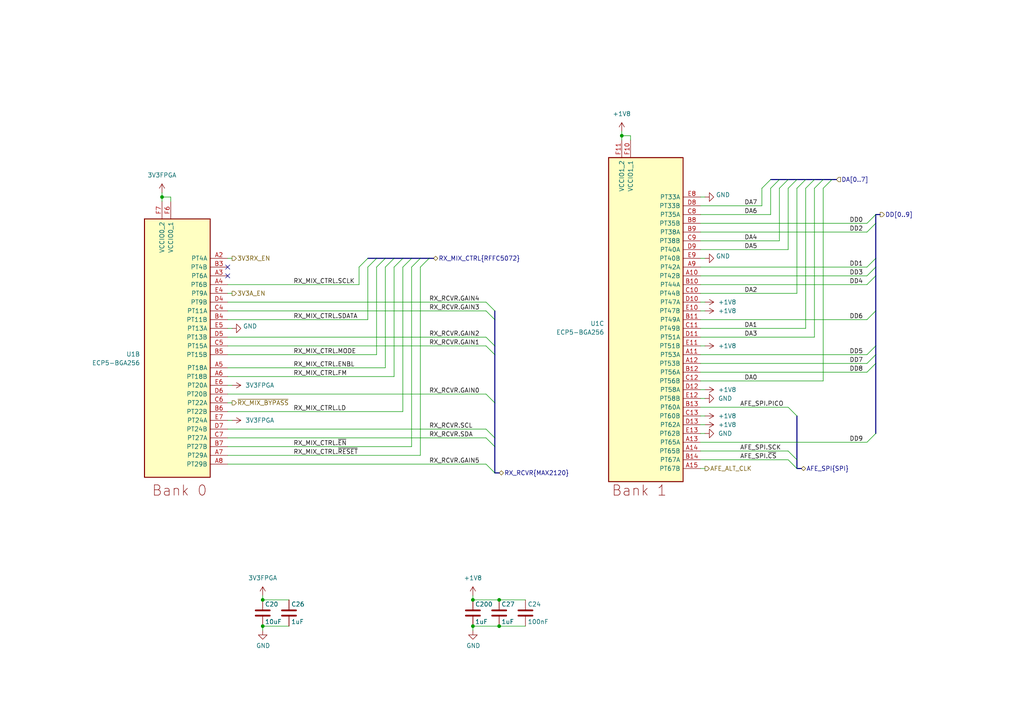
<source format=kicad_sch>
(kicad_sch (version 20230121) (generator eeschema)
  (paper "A4")
  (title_block (title "${TITLE}") (date "${DATE}") (rev "${VERSION}") (company "${COPYRIGHT}") (comment 1 "${LICENSE}"))
  (lib_symbols
    (symbol "Device:C" (pin_numbers hide) (pin_names (offset 0.254))
      (property "Reference" "C" (at 0.635 2.54 0))
      (property "Value" "C" (at 0.635 -2.54 0))
      (symbol "C_0_1"
        (polyline (pts (xy -2.032 -0.762) (xy 2.032 -0.762)) (stroke (width 0.508)))
        (polyline (pts (xy -2.032 0.762) (xy 2.032 0.762)) (stroke (width 0.508)))
      )
      (symbol "C_1_1"
        (pin passive line (at 0 3.81 270) (length 2.794) (name "~") (number "1"))
        (pin passive line (at 0 -3.81 90) (length 2.794) (name "~") (number "2"))
      )
    )
    (symbol "fpgas_and_processors:ECP5-BGA256" (pin_names (offset 0.762))
      (property "Reference" "U" (at -2.54 1.27 0))
      (property "Value" "ECP5-BGA256" (at 10.16 1.27 0))
      (symbol "ECP5-BGA256_1_0"
        (rectangle (start 5.08 0) (end 33.02 -71.12) (stroke (width 0.3048)) (fill (type background)))
      )
      (symbol "ECP5-BGA256_1_1"
        (text "FPGA Supplies" (at 19.05 -76.2 0) (effects (font (size 2.9972 2.9972))))
        (pin power_in line (at 38.1 -2.54 180) (length 5.08) (name "GND_1") (number "A1"))
        (pin power_in line (at 38.1 -5.08 180) (length 5.08) (name "GND_2") (number "A16"))
        (pin power_in line (at 38.1 -10.16 180) (length 5.08) (name "GND_4") (number "D15"))
        (pin power_in line (at 38.1 -7.62 180) (length 5.08) (name "GND_3") (number "D2"))
        (pin power_in line (at 38.1 -12.7 180) (length 5.08) (name "GND_5") (number "F8"))
        (pin power_in line (at 38.1 -15.24 180) (length 5.08) (name "GND_6") (number "F9"))
        (pin power_in line (at 38.1 -20.32 180) (length 5.08) (name "GND_8") (number "G10"))
        (pin power_in line (at 0 -66.04 0) (length 5.08) (name "VCCAUX_1") (number "G11"))
        (pin power_in line (at 0 -2.54 0) (length 5.08) (name "VCC_1") (number "G6"))
        (pin power_in line (at 0 -5.08 0) (length 5.08) (name "VCC_2") (number "G7"))
        (pin power_in line (at 38.1 -17.78 180) (length 5.08) (name "GND_7") (number "G8"))
        (pin power_in line (at 0 -7.62 0) (length 5.08) (name "VCC_3") (number "G9"))
        (pin power_in line (at 38.1 -22.86 180) (length 5.08) (name "GND_9") (number "H1"))
        (pin power_in line (at 38.1 -30.48 180) (length 5.08) (name "GND_12") (number "H10"))
        (pin power_in line (at 38.1 -33.02 180) (length 5.08) (name "GND_13") (number "H16"))
        (pin power_in line (at 38.1 -25.4 180) (length 5.08) (name "GND_10") (number "H8"))
        (pin power_in line (at 38.1 -27.94 180) (length 5.08) (name "GND_11") (number "H9"))
        (pin power_in line (at 38.1 -40.64 180) (length 5.08) (name "GND_16") (number "J10"))
        (pin power_in line (at 38.1 -35.56 180) (length 5.08) (name "GND_14") (number "J8"))
        (pin power_in line (at 38.1 -38.1 180) (length 5.08) (name "GND_15") (number "J9"))
        (pin power_in line (at 38.1 -53.34 180) (length 5.08) (name "GND_21") (number "K10"))
        (pin power_in line (at 38.1 -43.18 180) (length 5.08) (name "GND_17") (number "K6"))
        (pin power_in line (at 38.1 -45.72 180) (length 5.08) (name "GND_18") (number "K7"))
        (pin power_in line (at 38.1 -48.26 180) (length 5.08) (name "GND_19") (number "K8"))
        (pin power_in line (at 38.1 -50.8 180) (length 5.08) (name "GND_20") (number "K9"))
        (pin power_in line (at 0 -15.24 0) (length 5.08) (name "VCC_6") (number "L10"))
        (pin power_in line (at 0 -68.58 0) (length 5.08) (name "VCCAUX_2") (number "L7"))
        (pin power_in line (at 0 -10.16 0) (length 5.08) (name "VCC_4") (number "L8"))
        (pin power_in line (at 0 -12.7 0) (length 5.08) (name "VCC_5") (number "L9"))
        (pin power_in line (at 38.1 -58.42 180) (length 5.08) (name "GND_23") (number "N15"))
        (pin power_in line (at 38.1 -55.88 180) (length 5.08) (name "GND_22") (number "N2"))
        (pin power_in line (at 38.1 -60.96 180) (length 5.08) (name "GND_24") (number "T1"))
        (pin power_in line (at 38.1 -66.04 180) (length 5.08) (name "GND_26") (number "T12"))
        (pin power_in line (at 38.1 -68.58 180) (length 5.08) (name "GND_27") (number "T16"))
        (pin power_in line (at 38.1 -63.5 180) (length 5.08) (name "GND_25") (number "T5"))
      )
      (symbol "ECP5-BGA256_2_1"
        (rectangle (start 0 0) (end 19.05 -74.93) (stroke (width 0.3048)) (fill (type background)))
        (text "Bank 0" (at 10.16 -78.74 0) (effects (font (size 2.9972 2.9972))))
        (pin bidirectional line (at 24.13 -11.43 180) (length 5.08) (name "PT4A") (number "A2"))
        (pin bidirectional line (at 24.13 -16.51 180) (length 5.08) (name "PT6A") (number "A3"))
        (pin bidirectional line (at 24.13 -19.05 180) (length 5.08) (name "PT6B") (number "A4"))
        (pin bidirectional line (at 24.13 -43.18 180) (length 5.08) (name "PT18A") (number "A5"))
        (pin bidirectional line (at 24.13 -45.72 180) (length 5.08) (name "PT18B") (number "A6"))
        (pin bidirectional line (at 24.13 -68.58 180) (length 5.08) (name "PT29A") (number "A7"))
        (pin bidirectional line (at 24.13 -71.12 180) (length 5.08) (name "PT29B") (number "A8"))
        (pin bidirectional line (at 24.13 -13.97 180) (length 5.08) (name "PT4B") (number "B3"))
        (pin bidirectional line (at 24.13 -29.21 180) (length 5.08) (name "PT11B") (number "B4"))
        (pin bidirectional line (at 24.13 -39.37 180) (length 5.08) (name "PT15B") (number "B5"))
        (pin bidirectional line (at 24.13 -55.88 180) (length 5.08) (name "PT22B") (number "B6"))
        (pin bidirectional line (at 24.13 -66.04 180) (length 5.08) (name "PT27B") (number "B7"))
        (pin bidirectional line (at 24.13 -26.67 180) (length 5.08) (name "PT11A") (number "C4"))
        (pin bidirectional line (at 24.13 -36.83 180) (length 5.08) (name "PT15A") (number "C5"))
        (pin bidirectional line (at 24.13 -53.34 180) (length 5.08) (name "PT22A") (number "C6"))
        (pin bidirectional line (at 24.13 -63.5 180) (length 5.08) (name "PT27A") (number "C7"))
        (pin bidirectional line (at 24.13 -24.13 180) (length 5.08) (name "PT9B") (number "D4"))
        (pin bidirectional line (at 24.13 -34.29 180) (length 5.08) (name "PT13B") (number "D5"))
        (pin bidirectional line (at 24.13 -50.8 180) (length 5.08) (name "PT20B") (number "D6"))
        (pin bidirectional line (at 24.13 -60.96 180) (length 5.08) (name "PT24B") (number "D7"))
        (pin bidirectional line (at 24.13 -21.59 180) (length 5.08) (name "PT9A") (number "E4"))
        (pin bidirectional line (at 24.13 -31.75 180) (length 5.08) (name "PT13A") (number "E5"))
        (pin bidirectional line (at 24.13 -48.26 180) (length 5.08) (name "PT20A") (number "E6"))
        (pin bidirectional line (at 24.13 -58.42 180) (length 5.08) (name "PT24A") (number "E7"))
        (pin power_in line (at 7.62 5.08 270) (length 5.08) (name "VCCIO0_1") (number "F6"))
        (pin power_in line (at 5.08 5.08 270) (length 5.08) (name "VCCIO0_2") (number "F7"))
      )
      (symbol "ECP5-BGA256_3_0"
        (rectangle (start 0 0) (end 21.59 -93.98) (stroke (width 0.3048)) (fill (type background)))
      )
      (symbol "ECP5-BGA256_3_1"
        (text "Bank 1" (at 8.89 -96.52 0) (effects (font (size 2.9972 2.9972))))
        (pin bidirectional line (at 26.67 -34.29 180) (length 5.08) (name "PT42B") (number "A10"))
        (pin bidirectional line (at 26.67 -57.15 180) (length 5.08) (name "PT53A") (number "A11"))
        (pin bidirectional line (at 26.67 -59.69 180) (length 5.08) (name "PT53B") (number "A12"))
        (pin bidirectional line (at 26.67 -82.55 180) (length 5.08) (name "PT65A") (number "A13"))
        (pin bidirectional line (at 26.67 -85.09 180) (length 5.08) (name "PT65B") (number "A14"))
        (pin bidirectional line (at 26.67 -90.17 180) (length 5.08) (name "PT67B") (number "A15"))
        (pin bidirectional line (at 26.67 -31.75 180) (length 5.08) (name "PT42A") (number "A9"))
        (pin bidirectional line (at 26.67 -36.83 180) (length 5.08) (name "PT44A") (number "B10"))
        (pin bidirectional line (at 26.67 -46.99 180) (length 5.08) (name "PT49A") (number "B11"))
        (pin bidirectional line (at 26.67 -62.23 180) (length 5.08) (name "PT56A") (number "B12"))
        (pin bidirectional line (at 26.67 -72.39 180) (length 5.08) (name "PT60A") (number "B13"))
        (pin bidirectional line (at 26.67 -87.63 180) (length 5.08) (name "PT67A") (number "B14"))
        (pin bidirectional line (at 26.67 -19.05 180) (length 5.08) (name "PT35B") (number "B8"))
        (pin bidirectional line (at 26.67 -21.59 180) (length 5.08) (name "PT38A") (number "B9"))
        (pin bidirectional line (at 26.67 -39.37 180) (length 5.08) (name "PT44B") (number "C10"))
        (pin bidirectional line (at 26.67 -49.53 180) (length 5.08) (name "PT49B") (number "C11"))
        (pin bidirectional line (at 26.67 -64.77 180) (length 5.08) (name "PT56B") (number "C12"))
        (pin bidirectional line (at 26.67 -74.93 180) (length 5.08) (name "PT60B") (number "C13"))
        (pin bidirectional line (at 26.67 -16.51 180) (length 5.08) (name "PT35A") (number "C8"))
        (pin bidirectional line (at 26.67 -24.13 180) (length 5.08) (name "PT38B") (number "C9"))
        (pin bidirectional line (at 26.67 -41.91 180) (length 5.08) (name "PT47A") (number "D10"))
        (pin bidirectional line (at 26.67 -52.07 180) (length 5.08) (name "PT51A") (number "D11"))
        (pin bidirectional line (at 26.67 -67.31 180) (length 5.08) (name "PT58A") (number "D12"))
        (pin bidirectional line (at 26.67 -77.47 180) (length 5.08) (name "PT62A") (number "D13"))
        (pin bidirectional line (at 26.67 -13.97 180) (length 5.08) (name "PT33B") (number "D8"))
        (pin bidirectional line (at 26.67 -26.67 180) (length 5.08) (name "PT40A") (number "D9"))
        (pin bidirectional line (at 26.67 -44.45 180) (length 5.08) (name "PT47B") (number "E10"))
        (pin bidirectional line (at 26.67 -54.61 180) (length 5.08) (name "PT51B") (number "E11"))
        (pin bidirectional line (at 26.67 -69.85 180) (length 5.08) (name "PT58B") (number "E12"))
        (pin bidirectional line (at 26.67 -80.01 180) (length 5.08) (name "PT62B") (number "E13"))
        (pin bidirectional line (at 26.67 -11.43 180) (length 5.08) (name "PT33A") (number "E8"))
        (pin bidirectional line (at 26.67 -29.21 180) (length 5.08) (name "PT40B") (number "E9"))
        (pin power_in line (at 6.35 5.08 270) (length 5.08) (name "VCCIO1_1") (number "F10"))
        (pin power_in line (at 3.81 5.08 270) (length 5.08) (name "VCCIO1_2") (number "F11"))
      )
      (symbol "ECP5-BGA256_4_1"
        (rectangle (start 0 0) (end 19.05 -93.98) (stroke (width 0.3048)) (fill (type background)))
        (text "Bank 2" (at 10.16 -97.79 0) (effects (font (size 2.9972 2.9972))))
        (pin bidirectional line (at 24.13 -13.97 180) (length 5.08) (name "PR2B") (number "B15"))
        (pin bidirectional line (at 24.13 -11.43 180) (length 5.08) (name "PR2A") (number "B16"))
        (pin bidirectional line (at 24.13 -16.51 180) (length 5.08) (name "PR2C") (number "C14"))
        (pin bidirectional line (at 24.13 -24.13 180) (length 5.08) (name "PR5B") (number "C15"))
        (pin bidirectional line (at 24.13 -21.59 180) (length 5.08) (name "PR5A") (number "C16"))
        (pin bidirectional line (at 24.13 -19.05 180) (length 5.08) (name "PR2D") (number "D14"))
        (pin bidirectional line (at 24.13 -31.75 180) (length 5.08) (name "PR8A") (number "D16"))
        (pin bidirectional line (at 24.13 -26.67 180) (length 5.08) (name "PR5C") (number "E14"))
        (pin bidirectional line (at 24.13 -34.29 180) (length 5.08) (name "PR8B") (number "E15"))
        (pin bidirectional line (at 24.13 -49.53 180) (length 5.08) (name "PR11D") (number "E16"))
        (pin bidirectional line (at 24.13 -39.37 180) (length 5.08) (name "PR8D") (number "F12"))
        (pin bidirectional line (at 24.13 -36.83 180) (length 5.08) (name "PR8C") (number "F13"))
        (pin bidirectional line (at 24.13 -29.21 180) (length 5.08) (name "PR5D") (number "F14"))
        (pin bidirectional line (at 24.13 -46.99 180) (length 5.08) (name "PR11C") (number "F15"))
        (pin bidirectional line (at 24.13 -52.07 180) (length 5.08) (name "PR14A") (number "F16"))
        (pin bidirectional line (at 24.13 -41.91 180) (length 5.08) (name "PR11A") (number "G12"))
        (pin bidirectional line (at 24.13 -44.45 180) (length 5.08) (name "PR11B") (number "G13"))
        (pin bidirectional line (at 24.13 -57.15 180) (length 5.08) (name "PR14C") (number "G14"))
        (pin bidirectional line (at 24.13 -54.61 180) (length 5.08) (name "PR14B") (number "G15"))
        (pin bidirectional line (at 24.13 -72.39 180) (length 5.08) (name "PR20A") (number "G16"))
        (pin power_in line (at 3.81 5.08 270) (length 5.08) (name "VCCIO2_1") (number "H11"))
        (pin bidirectional line (at 24.13 -62.23 180) (length 5.08) (name "PR17A") (number "H12"))
        (pin bidirectional line (at 24.13 -64.77 180) (length 5.08) (name "PR17B") (number "H13"))
        (pin bidirectional line (at 24.13 -59.69 180) (length 5.08) (name "PR14D") (number "H14"))
        (pin bidirectional line (at 24.13 -74.93 180) (length 5.08) (name "PR20B") (number "H15"))
        (pin power_in line (at 6.35 5.08 270) (length 5.08) (name "VCCIO2_2") (number "J11"))
        (pin bidirectional line (at 24.13 -69.85 180) (length 5.08) (name "PR17D") (number "J12"))
        (pin bidirectional line (at 24.13 -67.31 180) (length 5.08) (name "PR17C") (number "J13"))
        (pin bidirectional line (at 24.13 -77.47 180) (length 5.08) (name "PR20C") (number "J14"))
        (pin bidirectional line (at 24.13 -85.09 180) (length 5.08) (name "PR23B") (number "J15"))
        (pin bidirectional line (at 24.13 -82.55 180) (length 5.08) (name "PR23A") (number "J16"))
        (pin bidirectional line (at 24.13 -80.01 180) (length 5.08) (name "PR20D") (number "K14"))
        (pin bidirectional line (at 24.13 -90.17 180) (length 5.08) (name "PR23D") (number "K15"))
        (pin bidirectional line (at 24.13 -87.63 180) (length 5.08) (name "PR23C") (number "K16"))
      )
      (symbol "ECP5-BGA256_5_0"
        (rectangle (start 0 0) (end 20.32 -91.44) (stroke (width 0.3048)) (fill (type background)))
      )
      (symbol "ECP5-BGA256_5_1"
        (text "Bank 3" (at 15.24 -96.52 0) (effects (font (size 2.9972 2.9972))))
        (pin power_in line (at 3.81 5.08 270) (length 5.08) (name "VCCIO3_1") (number "K11"))
        (pin bidirectional line (at 25.4 -22.86 180) (length 5.08) (name "PR29B") (number "K12"))
        (pin bidirectional line (at 25.4 -20.32 180) (length 5.08) (name "PR29A") (number "K13"))
        (pin power_in line (at 6.35 5.08 270) (length 5.08) (name "VCCIO3_2") (number "L11"))
        (pin bidirectional line (at 25.4 -27.94 180) (length 5.08) (name "PR29D") (number "L12"))
        (pin bidirectional line (at 25.4 -25.4 180) (length 5.08) (name "PR29C") (number "L13"))
        (pin bidirectional line (at 25.4 -35.56 180) (length 5.08) (name "PR32C") (number "L14"))
        (pin bidirectional line (at 25.4 -12.7 180) (length 5.08) (name "PR26B") (number "L15"))
        (pin bidirectional line (at 25.4 -10.16 180) (length 5.08) (name "PR26A") (number "L16"))
        (pin bidirectional line (at 25.4 -81.28 180) (length 5.08) (name "PR47A") (number "M11"))
        (pin bidirectional line (at 25.4 -76.2 180) (length 5.08) (name "PR44C") (number "M12"))
        (pin bidirectional line (at 25.4 -45.72 180) (length 5.08) (name "PR35C") (number "M13"))
        (pin bidirectional line (at 25.4 -38.1 180) (length 5.08) (name "PR32D") (number "M14"))
        (pin bidirectional line (at 25.4 -17.78 180) (length 5.08) (name "PR26D") (number "M15"))
        (pin bidirectional line (at 25.4 -15.24 180) (length 5.08) (name "PR26C") (number "M16"))
        (pin bidirectional line (at 25.4 -83.82 180) (length 5.08) (name "PR47B") (number "N11"))
        (pin bidirectional line (at 25.4 -78.74 180) (length 5.08) (name "PR44D") (number "N12"))
        (pin bidirectional line (at 25.4 -50.8 180) (length 5.08) (name "PR38A") (number "N13"))
        (pin bidirectional line (at 25.4 -48.26 180) (length 5.08) (name "PR35D") (number "N14"))
        (pin bidirectional line (at 25.4 -30.48 180) (length 5.08) (name "PR32A") (number "N16"))
        (pin bidirectional line (at 25.4 -86.36 180) (length 5.08) (name "PR47C") (number "P11"))
        (pin bidirectional line (at 25.4 -88.9 180) (length 5.08) (name "PR47D") (number "P12"))
        (pin bidirectional line (at 25.4 -60.96 180) (length 5.08) (name "PR41A") (number "P13"))
        (pin bidirectional line (at 25.4 -53.34 180) (length 5.08) (name "PR38B") (number "P14"))
        (pin bidirectional line (at 25.4 -33.02 180) (length 5.08) (name "PR32B") (number "P15"))
        (pin bidirectional line (at 25.4 -40.64 180) (length 5.08) (name "PR35A") (number "P16"))
        (pin bidirectional line (at 25.4 -71.12 180) (length 5.08) (name "PR44A") (number "R12"))
        (pin bidirectional line (at 25.4 -66.04 180) (length 5.08) (name "PR41C") (number "R13"))
        (pin bidirectional line (at 25.4 -63.5 180) (length 5.08) (name "PR41B") (number "R14"))
        (pin bidirectional line (at 25.4 -55.88 180) (length 5.08) (name "PR38C") (number "R15"))
        (pin bidirectional line (at 25.4 -43.18 180) (length 5.08) (name "PR35B") (number "R16"))
        (pin bidirectional line (at 25.4 -73.66 180) (length 5.08) (name "PR44B") (number "T13"))
        (pin bidirectional line (at 25.4 -68.58 180) (length 5.08) (name "PR41D") (number "T14"))
        (pin bidirectional line (at 25.4 -58.42 180) (length 5.08) (name "PR38D") (number "T15"))
      )
      (symbol "ECP5-BGA256_6_1"
        (rectangle (start 0 0) (end 19.05 -106.68) (stroke (width 0.3048)) (fill (type background)))
        (text "Bank 6" (at 11.43 -110.49 0) (effects (font (size 2.9972 2.9972))))
        (pin power_in line (at 3.81 5.08 270) (length 5.08) (name "VCCIO6_1") (number "J6"))
        (pin power_in line (at 6.35 5.08 270) (length 5.08) (name "VCCIO6_2") (number "J7"))
        (pin bidirectional line (at 24.13 -25.4 180) (length 5.08) (name "PL29A") (number "K4"))
        (pin bidirectional line (at 24.13 -27.94 180) (length 5.08) (name "PL29B") (number "K5"))
        (pin bidirectional line (at 24.13 -13.97 180) (length 5.08) (name "PL26A") (number "L1"))
        (pin bidirectional line (at 24.13 -16.51 180) (length 5.08) (name "PL26B") (number "L2"))
        (pin bidirectional line (at 24.13 -41.91 180) (length 5.08) (name "PL32C") (number "L3"))
        (pin bidirectional line (at 24.13 -30.48 180) (length 5.08) (name "PL29C") (number "L4"))
        (pin bidirectional line (at 24.13 -33.02 180) (length 5.08) (name "PL29D") (number "L5"))
        (pin bidirectional line (at 24.13 -19.05 180) (length 5.08) (name "PL26C") (number "M1"))
        (pin bidirectional line (at 24.13 -21.59 180) (length 5.08) (name "PL26D") (number "M2"))
        (pin bidirectional line (at 24.13 -44.45 180) (length 5.08) (name "PL32D") (number "M3"))
        (pin bidirectional line (at 24.13 -53.34 180) (length 5.08) (name "PL35C") (number "M4"))
        (pin bidirectional line (at 24.13 -78.74 180) (length 5.08) (name "PL44C") (number "M5"))
        (pin bidirectional line (at 24.13 -96.52 180) (length 5.08) (name "PL47A") (number "M6"))
        (pin bidirectional line (at 24.13 -36.83 180) (length 5.08) (name "PL32A") (number "N1"))
        (pin bidirectional line (at 24.13 -55.88 180) (length 5.08) (name "PL35D") (number "N3"))
        (pin bidirectional line (at 24.13 -60.96 180) (length 5.08) (name "PL38A") (number "N4"))
        (pin bidirectional line (at 24.13 -81.28 180) (length 5.08) (name "PL44D") (number "N5"))
        (pin bidirectional line (at 24.13 -99.06 180) (length 5.08) (name "PL47B") (number "N6"))
        (pin bidirectional line (at 24.13 -48.26 180) (length 5.08) (name "PL35A") (number "P1"))
        (pin bidirectional line (at 24.13 -39.37 180) (length 5.08) (name "PL32B") (number "P2"))
        (pin bidirectional line (at 24.13 -63.5 180) (length 5.08) (name "PL38B") (number "P3"))
        (pin bidirectional line (at 24.13 -85.09 180) (length 5.08) (name "PL41A") (number "P4"))
        (pin bidirectional line (at 24.13 -101.6 180) (length 5.08) (name "PL47D") (number "P5"))
        (pin bidirectional line (at 24.13 -104.14 180) (length 5.08) (name "PL47C") (number "P6"))
        (pin bidirectional line (at 24.13 -50.8 180) (length 5.08) (name "PL35B") (number "R1"))
        (pin bidirectional line (at 24.13 -66.04 180) (length 5.08) (name "PL38C") (number "R2"))
        (pin bidirectional line (at 24.13 -87.63 180) (length 5.08) (name "PL41B") (number "R3"))
        (pin bidirectional line (at 24.13 -90.17 180) (length 5.08) (name "PL41C") (number "R4"))
        (pin bidirectional line (at 24.13 -73.66 180) (length 5.08) (name "PL44A") (number "R5"))
        (pin bidirectional line (at 24.13 -68.58 180) (length 5.08) (name "PL38D") (number "T2"))
        (pin bidirectional line (at 24.13 -92.71 180) (length 5.08) (name "PL41D") (number "T3"))
        (pin bidirectional line (at 24.13 -76.2 180) (length 5.08) (name "PL44B") (number "T4"))
      )
      (symbol "ECP5-BGA256_7_1"
        (rectangle (start 0 0) (end 20.32 -109.22) (stroke (width 0.3048)) (fill (type background)))
        (text "Bank 7" (at 12.7 -113.03 0) (effects (font (size 2.9972 2.9972))))
        (pin bidirectional line (at 25.4 -10.16 180) (length 5.08) (name "PL2A") (number "B1"))
        (pin bidirectional line (at 25.4 -12.7 180) (length 5.08) (name "PL2B") (number "B2"))
        (pin bidirectional line (at 25.4 -22.86 180) (length 5.08) (name "PL5A") (number "C1"))
        (pin bidirectional line (at 25.4 -25.4 180) (length 5.08) (name "PL5B") (number "C2"))
        (pin bidirectional line (at 25.4 -15.24 180) (length 5.08) (name "PL2C") (number "C3"))
        (pin bidirectional line (at 25.4 -35.56 180) (length 5.08) (name "PL8A") (number "D1"))
        (pin bidirectional line (at 25.4 -17.78 180) (length 5.08) (name "PL2D") (number "D3"))
        (pin bidirectional line (at 25.4 -54.61 180) (length 5.08) (name "PL11D") (number "E1"))
        (pin bidirectional line (at 25.4 -38.1 180) (length 5.08) (name "PL8B") (number "E2"))
        (pin bidirectional line (at 25.4 -27.94 180) (length 5.08) (name "PL5C") (number "E3"))
        (pin bidirectional line (at 25.4 -59.69 180) (length 5.08) (name "PL14A") (number "F1"))
        (pin bidirectional line (at 25.4 -52.07 180) (length 5.08) (name "PL11C") (number "F2"))
        (pin bidirectional line (at 25.4 -30.48 180) (length 5.08) (name "PL5D") (number "F3"))
        (pin bidirectional line (at 25.4 -40.64 180) (length 5.08) (name "PL8C") (number "F4"))
        (pin bidirectional line (at 25.4 -43.18 180) (length 5.08) (name "PL8D") (number "F5"))
        (pin bidirectional line (at 25.4 -82.55 180) (length 5.08) (name "PL20A") (number "G1"))
        (pin bidirectional line (at 25.4 -62.23 180) (length 5.08) (name "PL14B") (number "G2"))
        (pin bidirectional line (at 25.4 -64.77 180) (length 5.08) (name "PL14C") (number "G3"))
        (pin bidirectional line (at 25.4 -49.53 180) (length 5.08) (name "PL11B") (number "G4"))
        (pin bidirectional line (at 25.4 -46.99 180) (length 5.08) (name "PL11A") (number "G5"))
        (pin bidirectional line (at 25.4 -85.09 180) (length 5.08) (name "PL20B") (number "H2"))
        (pin bidirectional line (at 25.4 -67.31 180) (length 5.08) (name "PL14D") (number "H3"))
        (pin bidirectional line (at 25.4 -73.66 180) (length 5.08) (name "PL17B") (number "H4"))
        (pin bidirectional line (at 25.4 -71.12 180) (length 5.08) (name "PL17A") (number "H5"))
        (pin power_in line (at 7.62 5.08 270) (length 5.08) (name "VCCIO7_1") (number "H6"))
        (pin power_in line (at 5.08 5.08 270) (length 5.08) (name "VCCIO7_2") (number "H7"))
        (pin bidirectional line (at 25.4 -95.25 180) (length 5.08) (name "PL23A") (number "J1"))
        (pin bidirectional line (at 25.4 -97.79 180) (length 5.08) (name "PL23B") (number "J2"))
        (pin bidirectional line (at 25.4 -87.63 180) (length 5.08) (name "PL20C") (number "J3"))
        (pin bidirectional line (at 25.4 -76.2 180) (length 5.08) (name "PL17C") (number "J4"))
        (pin bidirectional line (at 25.4 -78.74 180) (length 5.08) (name "PL17D") (number "J5"))
        (pin bidirectional line (at 25.4 -100.33 180) (length 5.08) (name "PL23C") (number "K1"))
        (pin bidirectional line (at 25.4 -102.87 180) (length 5.08) (name "PL23D") (number "K2"))
        (pin bidirectional line (at 25.4 -90.17 180) (length 5.08) (name "PL20D") (number "K3"))
      )
      (symbol "ECP5-BGA256_8_0"
        (text "(Config)" (at 13.97 -97.79 0) (effects (font (size 2.9972 2.9972))))
        (text "Bank 8" (at 13.97 -92.71 0) (effects (font (size 2.9972 2.9972))))
      )
      (symbol "ECP5-BGA256_8_1"
        (rectangle (start 0 0) (end 21.59 -88.9) (stroke (width 0.3048)) (fill (type background)))
        (pin power_in line (at 5.08 5.08 270) (length 5.08) (name "VCCIO8") (number "L6"))
        (pin output line (at 26.67 -57.15 180) (length 5.08) (name "TDO") (number "M10"))
        (pin bidirectional line (at 26.67 -24.13 180) (length 5.08) (name "D2/PB9B") (number "M7"))
        (pin bidirectional line (at 26.67 -39.37 180) (length 5.08) (name "DOUT/CSON/PB15B") (number "M8"))
        (pin bidirectional line (at 26.67 -41.91 180) (length 5.08) (name "WRITEEN/PB18A") (number "M9"))
        (pin input line (at 26.67 -68.58 180) (length 5.08) (name "CFG_0") (number "N10"))
        (pin bidirectional line (at 26.67 -21.59 180) (length 5.08) (name "D3/PB9A") (number "N7"))
        (pin bidirectional line (at 26.67 -36.83 180) (length 5.08) (name "HOLDN/DI/PB15A") (number "N8"))
        (pin bidirectional line (at 26.67 -63.5 180) (length 5.08) (name "MCLK/SCLK/CCLK") (number "N9"))
        (pin input line (at 26.67 -71.12 180) (length 5.08) (name "CFG_1") (number "P10"))
        (pin bidirectional line (at 26.67 -19.05 180) (length 5.08) (name "D4/PICO2/PB6B") (number "P7"))
        (pin bidirectional line (at 26.67 -34.29 180) (length 5.08) (name "CS1N/PB13B") (number "P8"))
        (pin bidirectional line (at 26.67 -80.01 180) (length 5.08) (name "DONE") (number "P9"))
        (pin input line (at 26.67 -73.66 180) (length 5.08) (name "CFG_2") (number "R10"))
        (pin input line (at 26.67 -54.61 180) (length 5.08) (name "TDI") (number "R11"))
        (pin bidirectional line (at 26.67 -13.97 180) (length 5.08) (name "D6/PB4B") (number "R6"))
        (pin bidirectional line (at 26.67 -16.51 180) (length 5.08) (name "D5/POCI2/PB6A") (number "R7"))
        (pin bidirectional line (at 26.67 -31.75 180) (length 5.08) (name "SN/CSN/PB13A") (number "R8"))
        (pin bidirectional line (at 26.67 -85.09 180) (length 5.08) (name "PROGRAMN") (number "R9"))
        (pin input line (at 26.67 -52.07 180) (length 5.08) (name "TCK") (number "T10"))
        (pin input line (at 26.67 -49.53 180) (length 5.08) (name "TMS") (number "T11"))
        (pin bidirectional line (at 26.67 -11.43 180) (length 5.08) (name "D7/PB4A") (number "T6"))
        (pin bidirectional line (at 26.67 -26.67 180) (length 5.08) (name "D1/POCI/PB11A") (number "T7"))
        (pin bidirectional line (at 26.67 -29.21 180) (length 5.08) (name "D0/PICO/PB11B") (number "T8"))
        (pin bidirectional line (at 26.67 -82.55 180) (length 5.08) (name "INITN") (number "T9"))
      )
    )
    (symbol "power:+1V8" (power) (pin_names (offset 0))
      (property "Value" "+1V8" (at 0 3.556 0))
      (symbol "+1V8_0_1"
        (polyline (pts (xy -0.762 1.27) (xy 0 2.54)))
        (polyline (pts (xy 0 0) (xy 0 2.54)))
        (polyline (pts (xy 0 2.54) (xy 0.762 1.27)))
      )
      (symbol "+1V8_1_1"
        (pin power_in line (at 0 0 90) (length 0) hide (name "+1V8") (number "1"))
      )
    )
    (symbol "power:GND" (power) (pin_names (offset 0))
      (property "Value" "GND" (at 0 -3.81 0))
      (symbol "GND_0_1"
        (polyline (pts (xy 0 0) (xy 0 -1.27) (xy 1.27 -1.27) (xy 0 -2.54) (xy -1.27 -1.27) (xy 0 -1.27)))
      )
      (symbol "GND_1_1"
        (pin power_in line (at 0 0 270) (length 0) hide (name "GND") (number "1"))
      )
    )
    (symbol "support_hardware:3V3FPGA" (power) (pin_names (offset 0))
      (property "Value" "3V3FPGA" (at 0 3.81 0))
      (symbol "3V3FPGA_0_1"
        (polyline (pts (xy -0.762 1.27) (xy 0 2.54)))
        (polyline (pts (xy 0 0) (xy 0 2.54)))
        (polyline (pts (xy 0 2.54) (xy 0.762 1.27)))
      )
      (symbol "3V3FPGA_1_1"
        (pin power_in line (at 0 0 90) (length 0) hide (name "3V3FPGA") (number "1"))
      )
    )
  )
  (junction (at 144.78 181.61))
  (junction (at 76.2 181.61))
  (junction (at 46.99 57.15))
  (junction (at 76.2 173.99))
  (junction (at 144.78 173.99))
  (junction (at 180.34 39.37))
  (junction (at 137.16 173.99))
  (junction (at 137.16 181.61))
  (no_connect (at 66.04 77.47))
  (no_connect (at 66.04 80.01))
  (bus_entry (at 106.68 77.47) (size 2.54 -2.54))
  (bus_entry (at 254 74.93) (size -2.54 2.54))
  (bus_entry (at 254 77.47) (size -2.54 2.54))
  (bus_entry (at 140.97 100.33) (size 2.54 2.54))
  (bus_entry (at 254 105.41) (size -2.54 2.54))
  (bus_entry (at 119.38 77.47) (size 2.54 -2.54))
  (bus_entry (at 228.6 52.07) (size -2.54 2.54))
  (bus_entry (at 116.84 77.47) (size 2.54 -2.54))
  (bus_entry (at 140.97 127) (size 2.54 2.54))
  (bus_entry (at 254 90.17) (size -2.54 2.54))
  (bus_entry (at 233.68 52.07) (size -2.54 2.54))
  (bus_entry (at 111.76 77.47) (size 2.54 -2.54))
  (bus_entry (at 226.06 52.07) (size -2.54 2.54))
  (bus_entry (at 140.97 97.79) (size 2.54 2.54))
  (bus_entry (at 140.97 114.3) (size 2.54 2.54))
  (bus_entry (at 223.52 52.07) (size -2.54 2.54))
  (bus_entry (at 140.97 134.62) (size 2.54 2.54))
  (bus_entry (at 114.3 77.47) (size 2.54 -2.54))
  (bus_entry (at 231.14 135.89) (size -2.54 -2.54))
  (bus_entry (at 241.3 52.07) (size -2.54 2.54))
  (bus_entry (at 121.92 77.47) (size 2.54 -2.54))
  (bus_entry (at 238.76 52.07) (size -2.54 2.54))
  (bus_entry (at 140.97 90.17) (size 2.54 2.54))
  (bus_entry (at 231.14 52.07) (size -2.54 2.54))
  (bus_entry (at 254 100.33) (size -2.54 2.54))
  (bus_entry (at 140.97 87.63) (size 2.54 2.54))
  (bus_entry (at 254 80.01) (size -2.54 2.54))
  (bus_entry (at 140.97 124.46) (size 2.54 2.54))
  (bus_entry (at 231.14 120.65) (size -2.54 -2.54))
  (bus_entry (at 254 62.23) (size -2.54 2.54))
  (bus_entry (at 236.22 52.07) (size -2.54 2.54))
  (bus_entry (at 254 64.77) (size -2.54 2.54))
  (bus_entry (at 231.14 133.35) (size -2.54 -2.54))
  (bus_entry (at 109.22 77.47) (size 2.54 -2.54))
  (bus_entry (at 254 102.87) (size -2.54 2.54))
  (bus_entry (at 254 125.73) (size -2.54 2.54))
  (bus_entry (at 104.14 77.47) (size 2.54 -2.54))
  (bus (pts (xy 143.51 100.33) (xy 143.51 102.87)))
  (bus (pts (xy 233.68 52.07) (xy 236.22 52.07)))
  (bus (pts (xy 121.92 74.93) (xy 119.38 74.93)))
  (wire (pts (xy 203.2 133.35) (xy 228.6 133.35)))
  (wire (pts (xy 46.99 58.42) (xy 46.99 57.15)))
  (wire (pts (xy 203.2 57.15) (xy 204.47 57.15)))
  (wire (pts (xy 66.04 109.22) (xy 114.3 109.22)))
  (wire (pts (xy 220.98 54.61) (xy 220.98 59.69)))
  (wire (pts (xy 76.2 181.61) (xy 76.2 182.88)))
  (wire (pts (xy 204.47 90.17) (xy 203.2 90.17)))
  (bus (pts (xy 143.51 129.54) (xy 143.51 137.16)))
  (wire (pts (xy 238.76 110.49) (xy 238.76 54.61)))
  (wire (pts (xy 231.14 54.61) (xy 231.14 85.09)))
  (wire (pts (xy 137.16 172.72) (xy 137.16 173.99)))
  (wire (pts (xy 137.16 181.61) (xy 137.16 182.88)))
  (wire (pts (xy 66.04 124.46) (xy 140.97 124.46)))
  (wire (pts (xy 203.2 92.71) (xy 251.46 92.71)))
  (bus (pts (xy 231.14 52.07) (xy 233.68 52.07)))
  (bus (pts (xy 226.06 52.07) (xy 228.6 52.07)))
  (wire (pts (xy 111.76 77.47) (xy 111.76 106.68)))
  (wire (pts (xy 109.22 102.87) (xy 109.22 77.47)))
  (wire (pts (xy 203.2 69.85) (xy 226.06 69.85)))
  (wire (pts (xy 66.04 119.38) (xy 116.84 119.38)))
  (bus (pts (xy 254 90.17) (xy 254 100.33)))
  (wire (pts (xy 66.04 134.62) (xy 140.97 134.62)))
  (bus (pts (xy 119.38 74.93) (xy 116.84 74.93)))
  (bus (pts (xy 231.14 133.35) (xy 231.14 135.89)))
  (bus (pts (xy 116.84 74.93) (xy 114.3 74.93)))
  (wire (pts (xy 76.2 173.99) (xy 83.82 173.99)))
  (wire (pts (xy 114.3 109.22) (xy 114.3 77.47)))
  (wire (pts (xy 203.2 105.41) (xy 251.46 105.41)))
  (bus (pts (xy 254 62.23) (xy 254 64.77)))
  (bus (pts (xy 114.3 74.93) (xy 111.76 74.93)))
  (wire (pts (xy 137.16 173.99) (xy 144.78 173.99)))
  (wire (pts (xy 203.2 62.23) (xy 223.52 62.23)))
  (wire (pts (xy 203.2 100.33) (xy 204.47 100.33)))
  (bus (pts (xy 254 62.23) (xy 255.27 62.23)))
  (wire (pts (xy 66.04 127) (xy 140.97 127)))
  (wire (pts (xy 66.04 95.25) (xy 67.31 95.25)))
  (wire (pts (xy 66.04 102.87) (xy 109.22 102.87)))
  (bus (pts (xy 124.46 74.93) (xy 121.92 74.93)))
  (wire (pts (xy 66.04 97.79) (xy 140.97 97.79)))
  (bus (pts (xy 254 102.87) (xy 254 105.41)))
  (bus (pts (xy 254 80.01) (xy 254 90.17)))
  (bus (pts (xy 144.78 137.16) (xy 143.51 137.16)))
  (wire (pts (xy 137.16 181.61) (xy 144.78 181.61)))
  (wire (pts (xy 203.2 80.01) (xy 251.46 80.01)))
  (wire (pts (xy 203.2 123.19) (xy 204.47 123.19)))
  (bus (pts (xy 231.14 120.65) (xy 231.14 133.35)))
  (wire (pts (xy 203.2 110.49) (xy 238.76 110.49)))
  (wire (pts (xy 46.99 57.15) (xy 46.99 55.88)))
  (wire (pts (xy 203.2 77.47) (xy 251.46 77.47)))
  (bus (pts (xy 254 77.47) (xy 254 80.01)))
  (wire (pts (xy 203.2 95.25) (xy 233.68 95.25)))
  (wire (pts (xy 67.31 111.76) (xy 66.04 111.76)))
  (wire (pts (xy 66.04 114.3) (xy 140.97 114.3)))
  (bus (pts (xy 223.52 52.07) (xy 226.06 52.07)))
  (wire (pts (xy 180.34 38.1) (xy 180.34 39.37)))
  (bus (pts (xy 111.76 74.93) (xy 109.22 74.93)))
  (wire (pts (xy 66.04 90.17) (xy 140.97 90.17)))
  (bus (pts (xy 254 100.33) (xy 254 102.87)))
  (wire (pts (xy 116.84 77.47) (xy 116.84 119.38)))
  (wire (pts (xy 104.14 77.47) (xy 104.14 82.55)))
  (wire (pts (xy 203.2 120.65) (xy 204.47 120.65)))
  (wire (pts (xy 228.6 72.39) (xy 228.6 54.61)))
  (wire (pts (xy 180.34 39.37) (xy 182.88 39.37)))
  (wire (pts (xy 66.04 92.71) (xy 106.68 92.71)))
  (wire (pts (xy 203.2 113.03) (xy 204.47 113.03)))
  (wire (pts (xy 203.2 118.11) (xy 228.6 118.11)))
  (wire (pts (xy 203.2 67.31) (xy 251.46 67.31)))
  (wire (pts (xy 226.06 54.61) (xy 226.06 69.85)))
  (bus (pts (xy 231.14 135.89) (xy 232.41 135.89)))
  (wire (pts (xy 203.2 82.55) (xy 251.46 82.55)))
  (wire (pts (xy 180.34 40.64) (xy 180.34 39.37)))
  (bus (pts (xy 143.51 102.87) (xy 143.51 116.84)))
  (wire (pts (xy 233.68 95.25) (xy 233.68 54.61)))
  (wire (pts (xy 76.2 181.61) (xy 83.82 181.61)))
  (bus (pts (xy 143.51 127) (xy 143.51 129.54)))
  (wire (pts (xy 144.78 181.61) (xy 152.4 181.61)))
  (wire (pts (xy 106.68 77.47) (xy 106.68 92.71)))
  (wire (pts (xy 144.78 173.99) (xy 152.4 173.99)))
  (bus (pts (xy 228.6 52.07) (xy 231.14 52.07)))
  (bus (pts (xy 236.22 52.07) (xy 238.76 52.07)))
  (wire (pts (xy 66.04 82.55) (xy 104.14 82.55)))
  (wire (pts (xy 121.92 77.47) (xy 121.92 132.08)))
  (wire (pts (xy 203.2 72.39) (xy 228.6 72.39)))
  (bus (pts (xy 254 105.41) (xy 254 125.73)))
  (wire (pts (xy 46.99 57.15) (xy 49.53 57.15)))
  (wire (pts (xy 203.2 130.81) (xy 228.6 130.81)))
  (bus (pts (xy 254 64.77) (xy 254 74.93)))
  (wire (pts (xy 66.04 116.84) (xy 67.31 116.84)))
  (bus (pts (xy 109.22 74.93) (xy 106.68 74.93)))
  (wire (pts (xy 66.04 100.33) (xy 140.97 100.33)))
  (wire (pts (xy 203.2 128.27) (xy 251.46 128.27)))
  (wire (pts (xy 182.88 39.37) (xy 182.88 40.64)))
  (wire (pts (xy 203.2 85.09) (xy 231.14 85.09)))
  (wire (pts (xy 203.2 135.89) (xy 204.47 135.89)))
  (wire (pts (xy 236.22 54.61) (xy 236.22 97.79)))
  (bus (pts (xy 143.51 92.71) (xy 143.51 100.33)))
  (wire (pts (xy 66.04 132.08) (xy 121.92 132.08)))
  (bus (pts (xy 238.76 52.07) (xy 241.3 52.07)))
  (bus (pts (xy 143.51 116.84) (xy 143.51 127)))
  (wire (pts (xy 203.2 125.73) (xy 204.47 125.73)))
  (wire (pts (xy 203.2 107.95) (xy 251.46 107.95)))
  (wire (pts (xy 203.2 97.79) (xy 236.22 97.79)))
  (wire (pts (xy 223.52 54.61) (xy 223.52 62.23)))
  (wire (pts (xy 203.2 115.57) (xy 204.47 115.57)))
  (wire (pts (xy 66.04 85.09) (xy 67.31 85.09)))
  (bus (pts (xy 125.73 74.93) (xy 124.46 74.93)))
  (bus (pts (xy 254 74.93) (xy 254 77.47)))
  (wire (pts (xy 203.2 64.77) (xy 251.46 64.77)))
  (wire (pts (xy 49.53 57.15) (xy 49.53 58.42)))
  (bus (pts (xy 241.3 52.07) (xy 242.57 52.07)))
  (wire (pts (xy 66.04 74.93) (xy 67.31 74.93)))
  (wire (pts (xy 203.2 74.93) (xy 204.47 74.93)))
  (wire (pts (xy 76.2 172.72) (xy 76.2 173.99)))
  (wire (pts (xy 119.38 129.54) (xy 119.38 77.47)))
  (wire (pts (xy 66.04 106.68) (xy 111.76 106.68)))
  (wire (pts (xy 203.2 102.87) (xy 251.46 102.87)))
  (wire (pts (xy 66.04 87.63) (xy 140.97 87.63)))
  (wire (pts (xy 66.04 129.54) (xy 119.38 129.54)))
  (bus (pts (xy 143.51 90.17) (xy 143.51 92.71)))
  (wire (pts (xy 203.2 59.69) (xy 220.98 59.69)))
  (wire (pts (xy 204.47 87.63) (xy 203.2 87.63)))
  (wire (pts (xy 66.04 121.92) (xy 67.31 121.92)))
  (label "RX_RCVR.SDA" (at 124.46 127 0))
  (label "RX_MIX_CTRL.FM" (at 85.09 109.22 0))
  (label "RX_RCVR.GAIN1" (at 124.46 100.33 0))
  (label "DD8" (at 246.38 107.95 0))
  (label "RX_MIX_CTRL.MODE" (at 85.09 102.87 0))
  (label "RX_MIX_CTRL.LD" (at 85.09 119.38 0))
  (label "DD4" (at 246.38 82.55 0))
  (label "DA5" (at 215.9 72.39 0))
  (label "DA2" (at 215.9 85.09 0))
  (label "DD7" (at 246.38 105.41 0))
  (label "RX_RCVR.GAIN3" (at 124.46 90.17 0))
  (label "DD3" (at 246.38 80.01 0))
  (label "DD6" (at 246.38 92.71 0))
  (label "AFE_SPI.PICO" (at 214.63 118.11 0))
  (label "RX_MIX_CTRL.~{RESET}" (at 85.09 132.08 0))
  (label "RX_MIX_CTRL.ENBL" (at 85.09 106.68 0))
  (label "RX_RCVR.GAIN4" (at 124.46 87.63 0))
  (label "RX_MIX_CTRL.~{EN}" (at 85.09 129.54 0))
  (label "RX_RCVR.GAIN5" (at 124.46 134.62 0))
  (label "DD2" (at 246.38 67.31 0))
  (label "RX_RCVR.GAIN2" (at 124.46 97.79 0))
  (label "RX_MIX_CTRL.SCLK" (at 85.09 82.55 0))
  (label "RX_RCVR.SCL" (at 124.46 124.46 0))
  (label "DA3" (at 215.9 97.79 0))
  (label "AFE_SPI.SCK" (at 214.63 130.81 0))
  (label "RX_MIX_CTRL.SDATA" (at 85.09 92.71 0))
  (label "DD0" (at 246.38 64.77 0))
  (label "RX_RCVR.GAIN0" (at 124.46 114.3 0))
  (label "DA0" (at 215.9 110.49 0))
  (label "AFE_SPI.~{CS}" (at 214.63 133.35 0))
  (label "DA4" (at 215.9 69.85 0))
  (label "DA6" (at 215.9 62.23 0))
  (label "DD1" (at 246.38 77.47 0))
  (label "DD9" (at 246.38 128.27 0))
  (label "DA7" (at 215.9 59.69 0))
  (label "DD5" (at 246.38 102.87 0))
  (label "DA1" (at 215.9 95.25 0))
  (hierarchical_label "3V3RX_EN" (shape output) (at 67.31 74.93 0))
  (hierarchical_label "RX_RCVR{MAX2120}" (shape bidirectional) (at 144.78 137.16 0))
  (hierarchical_label "DA[0..7]" (shape input) (at 242.57 52.07 0))
  (hierarchical_label "3V3A_EN" (shape output) (at 67.31 85.09 0))
  (hierarchical_label "RX_MIX_CTRL{RFFC5072}" (shape bidirectional) (at 125.73 74.93 0))
  (hierarchical_label "AFE_SPI{SPI}" (shape bidirectional) (at 232.41 135.89 0))
  (hierarchical_label "~{RX_MIX_BYPASS}" (shape output) (at 67.31 116.84 0))
  (hierarchical_label "DD[0..9]" (shape output) (at 255.27 62.23 0))
  (hierarchical_label "AFE_ALT_CLK" (shape output) (at 204.47 135.89 0))
  (symbol (lib_id "fpgas_and_processors:ECP5-BGA256") (at 41.91 63.5 0) (unit 2)
    (property "Reference" "U1" (at 40.64 102.7293 0) (effects (justify right)))
    (property "Value" "ECP5-BGA256" (at 40.64 105.2693 0) (effects (justify right)))
    (property "Footprint" "mainboard:lattice_cabga256" (effects hide))
    (property "Description" "FPGA - Field Programmable Gate Array ECP5; 12k LUTs; 1.1V" (effects hide))
    (property "Manufacturer" "Lattice" (effects hide))
    (property "Part Number" "LFE5U-12F-6BG256C" (effects hide))
    (property "Substitution" "LFE5U-12F-*BG256*, LFE5U-25F-*BG256*" (effects hide))
  )
  (symbol (lib_id "support_hardware:3V3FPGA") (at 76.2 172.72 0) (unit 1)
    (property "Reference" "#PWR0147" (effects hide))
    (property "Value" "3V3FPGA" (at 76.2 167.64 0))
  )
  (symbol (lib_id "support_hardware:3V3FPGA") (at 67.31 111.76 270) (unit 1)
    (property "Reference" "#PWR0156" (effects hide))
    (property "Value" "3V3FPGA" (at 71.12 111.76 90) (effects (justify left)))
  )
  (symbol (lib_id "support_hardware:3V3FPGA") (at 46.99 55.88 0) (unit 1)
    (property "Reference" "#PWR0318" (effects hide))
    (property "Value" "3V3FPGA" (at 46.99 50.8 0))
  )
  (symbol (lib_id "Device:C") (at 144.78 177.8 0) (unit 1)
    (property "Reference" "C27" (at 145.415 175.26 0) (effects (justify left)))
    (property "Value" "1uF" (at 145.415 180.34 0) (effects (justify left)))
    (property "Footprint" "Capacitor_SMD:C_0402_1005Metric" (effects hide))
    (property "Part Number" "CL05A105KP5NNNC" (effects hide))
    (property "Substitution" "any equivalent" (effects hide))
    (property "Description" "CAP CER 1UF 10V X5R 0402" (effects hide))
    (property "Manufacturer" "Samsung" (effects hide))
  )
  (symbol (lib_id "Device:C") (at 152.4 177.8 0) (unit 1)
    (property "Reference" "C24" (at 153.035 175.26 0) (effects (justify left)))
    (property "Value" "100nF" (at 153.035 180.34 0) (effects (justify left)))
    (property "Footprint" "Capacitor_SMD:C_0402_1005Metric" (effects hide))
    (property "Part Number" "CL05A104KA5NNNC" (effects hide))
    (property "Substitution" "any equivalent" (effects hide))
    (property "Description" "CAP CER 0.1UF 25V X5R 0402" (effects hide))
    (property "Manufacturer" "Samsung" (effects hide))
  )
  (symbol (lib_id "fpgas_and_processors:ECP5-BGA256") (at 176.53 45.72 0) (unit 3)
    (property "Reference" "U1" (at 175.26 93.8393 0) (effects (justify right)))
    (property "Value" "ECP5-BGA256" (at 175.26 96.3793 0) (effects (justify right)))
    (property "Footprint" "mainboard:lattice_cabga256" (effects hide))
    (property "Description" "FPGA - Field Programmable Gate Array ECP5; 12k LUTs; 1.1V" (effects hide))
    (property "Manufacturer" "Lattice" (effects hide))
    (property "Part Number" "LFE5U-12F-6BG256C" (effects hide))
    (property "Substitution" "LFE5U-12F-*BG256*, LFE5U-25F-*BG256*" (effects hide))
  )
  (symbol (lib_id "Device:C") (at 137.16 177.8 0) (unit 1)
    (property "Reference" "C200" (at 137.795 175.26 0) (effects (justify left)))
    (property "Value" "1uF" (at 137.795 180.34 0) (effects (justify left)))
    (property "Footprint" "Capacitor_SMD:C_0402_1005Metric" (effects hide))
    (property "Part Number" "CL05A105KP5NNNC" (effects hide))
    (property "Substitution" "any equivalent" (effects hide))
    (property "Description" "CAP CER 1UF 10V X5R 0402" (effects hide))
    (property "Manufacturer" "Samsung" (effects hide))
  )
  (symbol (lib_id "power:GND") (at 204.47 125.73 90) (unit 1)
    (property "Reference" "#PWR0322" (effects hide))
    (property "Value" "GND" (at 208.28 125.73 90) (effects (justify right)))
  )
  (symbol (lib_id "power:+1V8") (at 137.16 172.72 0) (unit 1)
    (property "Reference" "#PWR0153" (effects hide))
    (property "Value" "+1V8" (at 137.16 167.64 0))
  )
  (symbol (lib_id "power:+1V8") (at 204.47 100.33 270) (unit 1)
    (property "Reference" "#PWR0151" (effects hide))
    (property "Value" "+1V8" (at 208.28 100.33 90) (effects (justify left)))
  )
  (symbol (lib_id "power:GND") (at 204.47 57.15 90) (unit 1)
    (property "Reference" "#PWR0148" (effects hide))
    (property "Value" "GND" (at 207.645 56.515 90) (effects (justify right)))
  )
  (symbol (lib_id "support_hardware:3V3FPGA") (at 67.31 121.92 270) (unit 1)
    (property "Reference" "#PWR0154" (effects hide))
    (property "Value" "3V3FPGA" (at 71.12 121.92 90) (effects (justify left)))
  )
  (symbol (lib_id "power:GND") (at 204.47 74.93 90) (unit 1)
    (property "Reference" "#PWR0149" (effects hide))
    (property "Value" "GND" (at 207.645 74.295 90) (effects (justify right)))
  )
  (symbol (lib_id "Device:C") (at 83.82 177.8 0) (unit 1)
    (property "Reference" "C26" (at 84.455 175.26 0) (effects (justify left)))
    (property "Value" "1uF" (at 84.455 180.34 0) (effects (justify left)))
    (property "Footprint" "Capacitor_SMD:C_0402_1005Metric" (effects hide))
    (property "Part Number" "CL05A105KP5NNNC" (effects hide))
    (property "Substitution" "any equivalent" (effects hide))
    (property "Description" "CAP CER 1UF 10V X5R 0402" (effects hide))
    (property "Manufacturer" "Samsung" (effects hide))
  )
  (symbol (lib_id "power:+1V8") (at 204.47 120.65 270) (unit 1)
    (property "Reference" "#PWR0320" (effects hide))
    (property "Value" "+1V8" (at 208.28 120.65 90) (effects (justify left)))
  )
  (symbol (lib_id "power:+1V8") (at 204.47 90.17 270) (unit 1)
    (property "Reference" "#PWR0150" (effects hide))
    (property "Value" "+1V8" (at 208.28 90.17 90) (effects (justify left)))
  )
  (symbol (lib_id "power:GND") (at 137.16 182.88 0) (unit 1)
    (property "Reference" "#PWR0176" (effects hide))
    (property "Value" "GND" (at 137.287 187.2742 0))
  )
  (symbol (lib_id "power:+1V8") (at 204.47 87.63 270) (unit 1)
    (property "Reference" "#PWR0146" (effects hide))
    (property "Value" "+1V8" (at 208.28 87.63 90) (effects (justify left)))
  )
  (symbol (lib_id "Device:C") (at 76.2 177.8 0) (unit 1)
    (property "Reference" "C20" (at 76.835 175.26 0) (effects (justify left)))
    (property "Value" "10uF" (at 76.835 180.34 0) (effects (justify left)))
    (property "Footprint" "Capacitor_SMD:C_0603_1608Metric" (effects hide))
    (property "Description" "CAP CER 10UF 10V X5R 0603" (effects hide))
    (property "Manufacturer" "Samsung" (effects hide))
    (property "Part Number" "CL10A106KP8NNNC" (effects hide))
    (property "Substitution" "any equivalent" (effects hide))
  )
  (symbol (lib_id "power:GND") (at 67.31 95.25 90) (unit 1)
    (property "Reference" "#PWR0152" (effects hide))
    (property "Value" "GND" (at 70.485 94.615 90) (effects (justify right)))
  )
  (symbol (lib_id "power:+1V8") (at 204.47 123.19 270) (unit 1)
    (property "Reference" "#PWR0321" (effects hide))
    (property "Value" "+1V8" (at 208.28 123.19 90) (effects (justify left)))
  )
  (symbol (lib_id "power:+1V8") (at 180.34 38.1 0) (unit 1)
    (property "Reference" "#PWR045" (effects hide))
    (property "Value" "+1V8" (at 180.34 33.02 0))
  )
  (symbol (lib_id "power:GND") (at 204.47 115.57 90) (unit 1)
    (property "Reference" "#PWR0155" (effects hide))
    (property "Value" "GND" (at 208.28 115.57 90) (effects (justify right)))
  )
  (symbol (lib_id "power:+1V8") (at 204.47 113.03 270) (unit 1)
    (property "Reference" "#PWR0323" (effects hide))
    (property "Value" "+1V8" (at 208.28 113.03 90) (effects (justify left)))
  )
  (symbol (lib_id "power:GND") (at 76.2 182.88 0) (unit 1)
    (property "Reference" "#PWR0282" (effects hide))
    (property "Value" "GND" (at 76.327 187.2742 0))
  )
)
</source>
